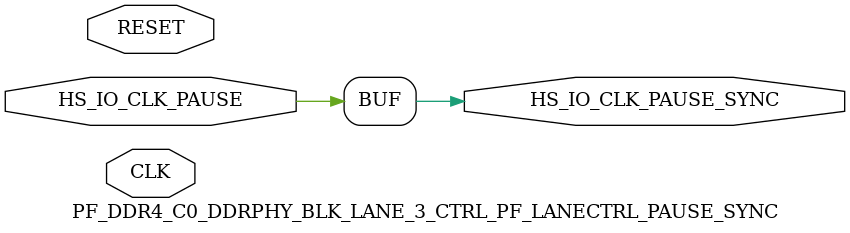
<source format=v>


module PF_DDR4_C0_DDRPHY_BLK_LANE_3_CTRL_PF_LANECTRL_PAUSE_SYNC( CLK, RESET, HS_IO_CLK_PAUSE, HS_IO_CLK_PAUSE_SYNC );
	
	input CLK, RESET, HS_IO_CLK_PAUSE;
	output HS_IO_CLK_PAUSE_SYNC;

	parameter ENABLE_PAUSE_EXTENSION = 2'b00;

	reg pause_reg_0, pause_reg_1, pause;
	wire pause_sync_0_i;

	generate 
		if( ENABLE_PAUSE_EXTENSION == 3'b000 ) begin : feed
			assign HS_IO_CLK_PAUSE_SYNC = HS_IO_CLK_PAUSE;
		end else if( ENABLE_PAUSE_EXTENSION == 3'b001 ) begin : pipe
			(* HS_IO_CLK_PAUSE_SYNC = 1, syn_keep = 1 *) SLE pause_sync_0(
				.CLK( CLK ),
				.D( HS_IO_CLK_PAUSE ),
				.Q( pause_sync_0_i ),
				.LAT( 1'b0 ),
				.EN( 1'b1 ),
				.ALn( ~RESET ),
				.ADn( 1'b1 ),
				.SLn( 1'b1 ),
				.SD( 1'b0 )
				);

			(* HS_IO_CLK_PAUSE_SYNC = 1, syn_keep = 1 *) SLE pause_sync (
				.CLK( CLK ),
				.D( pause_sync_0_i ),
				.Q( HS_IO_CLK_PAUSE_SYNC ),
				.LAT( 1'b0 ),
				.EN( 1'b1 ),
				.ALn( ~RESET ),
				.ADn( 1'b1 ),
				.SLn( 1'b1 ),
				.SD( 1'b0 )
				);
		end else if ( ENABLE_PAUSE_EXTENSION == 3'b010 ) begin : ext_pipe
			always @(posedge CLK or posedge RESET) begin : ext
				if( RESET == 1'b1 ) begin
					pause_reg_0 <= 1'b0;
					pause_reg_1 <= 1'b0;
					pause <= 1'b0;
				end else begin
					pause_reg_0 <= HS_IO_CLK_PAUSE;
					pause_reg_1 <= pause_reg_0;
					if( HS_IO_CLK_PAUSE == 1'b0 && pause_reg_0 ==1'b1 && pause_reg_1 == 1'b0 )
						pause <= 1'b1; // Extend by 1 cycle if the pulse is less than a cycle
					else
						pause <= HS_IO_CLK_PAUSE;
				end
			end

			(* HS_IO_CLK_PAUSE_SYNC = 1, syn_keep = 1 *) SLE pause_sync (
				.CLK( CLK ),
				.D( pause ),
				.Q( HS_IO_CLK_PAUSE_SYNC ),
				.LAT( 1'b0 ),
				.EN( 1'b1 ),
				.ALn( ~RESET ),
				.ADn( 1'b1 ),
				.SLn( 1'b1 ),
				.SD( 1'b0 )
				);
		end else if ( ENABLE_PAUSE_EXTENSION == 3'b011 ) begin : pipe_fall 
			(* HS_IO_CLK_PAUSE_SYNC = 1, syn_keep = 1 *) SLE pause_sync_0 (
				.CLK( CLK ),
				.D( HS_IO_CLK_PAUSE ),
				.Q( pause_sync_0_i ),
				.LAT( 1'b0 ),
				.EN( 1'b1 ),
				.ALn( ~RESET ),
				.ADn( 1'b1 ),
				.SLn( 1'b1 ),
				.SD( 1'b0 )
				);

			(* HS_IO_CLK_PAUSE_SYNC = 1, syn_keep = 1 *) SLE pause_sync (
				.CLK( ~CLK ),
				.D( pause_sync_0_i ),
				.Q( HS_IO_CLK_PAUSE_SYNC ),
				.LAT( 1'b0 ),
				.EN( 1'b1 ),
				.ALn( ~RESET ),
				.ADn( 1'b1 ),
				.SLn( 1'b1 ),
				.SD( 1'b0 )
				);
		end else if ( ENABLE_PAUSE_EXTENSION == 3'b100 ) begin : ext_pipe_fall 
			always @(posedge CLK or posedge RESET) begin : ext
				if( RESET == 1'b1 ) begin
					pause_reg_0 <= 1'b0;
					pause_reg_1 <= 1'b0;
					pause <= 1'b0;
				end else begin
					pause_reg_0 <= HS_IO_CLK_PAUSE;
					pause_reg_1 <= pause_reg_0;
					if( HS_IO_CLK_PAUSE == 1'b0 && pause_reg_0 ==1'b1 && pause_reg_1 == 1'b0 )
						pause <= 1'b1; // Extend by 1 cycle if the pulse is less than a cycle
					else
						pause <= HS_IO_CLK_PAUSE;
				end
			end

			(* HS_IO_CLK_PAUSE_SYNC = 1, syn_keep = 1 *) SLE pause_sync (
				.CLK( ~CLK ),
				.D( pause ),
				.Q( HS_IO_CLK_PAUSE_SYNC ),
				.LAT( 1'b0 ),
				.EN( 1'b1 ),
				.ALn( ~RESET ),
				.ADn( 1'b1 ),
				.SLn( 1'b1 ),
				.SD( 1'b0 )
				);
		end
	endgenerate

endmodule
</source>
